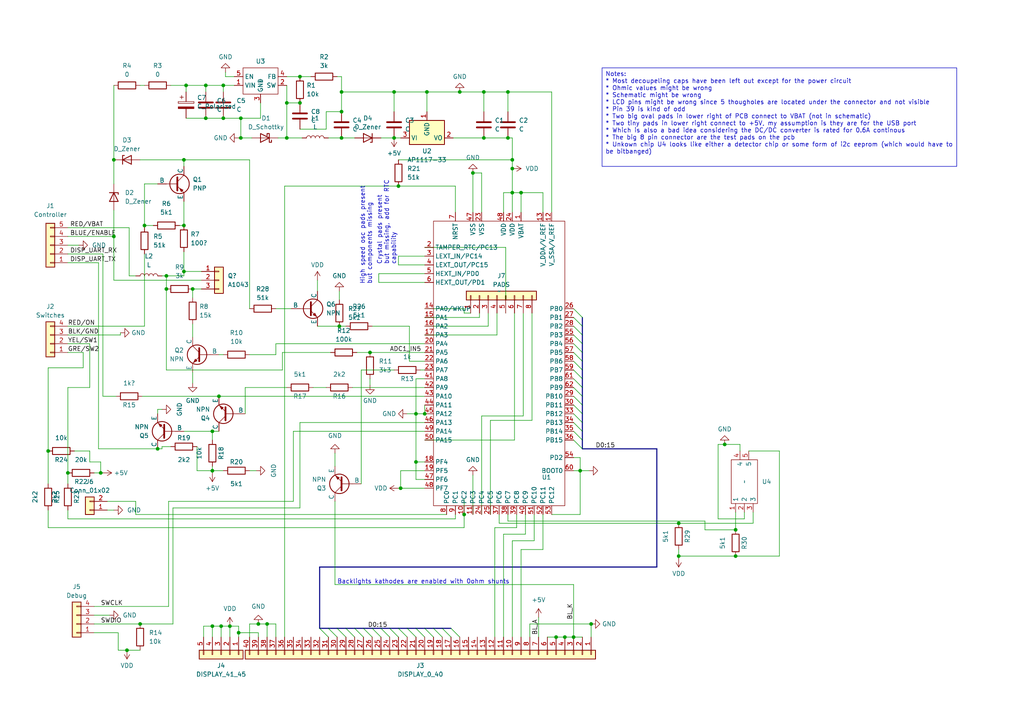
<source format=kicad_sch>
(kicad_sch (version 20230121) (generator eeschema)
  (paper "A4")
  (junction (at 33.02 46.355))
  (junction (at 99.06 26.67))
  (junction (at 161.29 184.785))
  (junction (at 148.59 55.88))
  (junction (at 134.62 149.225))
  (junction (at 147.32 40.005))
  (junction (at 66.675 181.61))
  (junction (at 69.85 34.29))
  (junction (at 19.685 137.16))
  (junction (at 61.595 181.61))
  (junction (at 114.3 40.005))
  (junction (at 48.26 80.01))
  (junction (at 29.21 137.16))
  (junction (at 53.34 65.405))
  (junction (at 99.06 32.385))
  (junction (at 213.36 153.67))
  (junction (at 53.34 78.74))
  (junction (at 86.995 22.225))
  (junction (at 99.06 40.005))
  (junction (at 48.26 83.82))
  (junction (at 61.595 125.095))
  (junction (at 133.35 26.67))
  (junction (at 120.65 133.985))
  (junction (at 123.825 26.67))
  (junction (at 40.64 180.975))
  (junction (at 166.37 184.785))
  (junction (at 147.32 26.67))
  (junction (at 115.57 53.975))
  (junction (at 114.3 26.67))
  (junction (at 168.275 136.525))
  (junction (at 69.215 183.515))
  (junction (at 36.83 188.595))
  (junction (at 77.47 180.975))
  (junction (at 140.335 26.67))
  (junction (at 120.65 120.015))
  (junction (at 196.85 151.765))
  (junction (at 163.83 184.785))
  (junction (at 41.91 65.405))
  (junction (at 53.34 46.355))
  (junction (at 151.13 55.88))
  (junction (at 59.69 24.765))
  (junction (at 64.135 181.61))
  (junction (at 13.97 130.81))
  (junction (at 196.85 161.29))
  (junction (at 116.205 141.605))
  (junction (at 148.59 46.355))
  (junction (at 148.59 48.895))
  (junction (at 69.85 40.005))
  (junction (at 45.72 130.175))
  (junction (at 55.88 83.82))
  (junction (at 107.315 102.235))
  (junction (at 64.77 24.765))
  (junction (at 74.93 180.975))
  (junction (at 213.36 161.29))
  (junction (at 64.77 34.29))
  (junction (at 98.425 94.615))
  (junction (at 140.335 40.005))
  (junction (at 123.19 120.015))
  (junction (at 53.975 24.765))
  (junction (at 86.995 29.845))
  (junction (at 210.185 128.905))
  (junction (at 171.45 180.975))
  (junction (at 61.595 136.525))
  (junction (at 83.185 29.845))
  (junction (at 59.69 34.29))
  (junction (at 63.5 114.935))
  (junction (at 137.16 50.165))
  (junction (at 83.185 40.005))
  (junction (at 33.02 68.58))
  (bus_entry (at 166.37 99.695) (size 2.54 2.54))
  (bus_entry (at 166.37 109.855) (size 2.54 2.54))
  (bus_entry (at 105.41 182.245) (size 2.54 2.54))
  (bus_entry (at 166.37 120.015) (size 2.54 2.54))
  (bus_entry (at 166.37 104.775) (size 2.54 2.54))
  (bus_entry (at 166.37 94.615) (size 2.54 2.54))
  (bus_entry (at 125.73 182.245) (size 2.54 2.54))
  (bus_entry (at 92.71 182.245) (size 2.54 2.54))
  (bus_entry (at 120.65 182.245) (size 2.54 2.54))
  (bus_entry (at 113.03 182.245) (size 2.54 2.54))
  (bus_entry (at 166.37 92.075) (size 2.54 2.54))
  (bus_entry (at 100.33 182.245) (size 2.54 2.54))
  (bus_entry (at 166.37 112.395) (size 2.54 2.54))
  (bus_entry (at 110.49 182.245) (size 2.54 2.54))
  (bus_entry (at 166.37 122.555) (size 2.54 2.54))
  (bus_entry (at 95.25 182.245) (size 2.54 2.54))
  (bus_entry (at 166.37 114.935) (size 2.54 2.54))
  (bus_entry (at 115.57 182.245) (size 2.54 2.54))
  (bus_entry (at 130.81 182.245) (size 2.54 2.54))
  (bus_entry (at 128.27 182.245) (size 2.54 2.54))
  (bus_entry (at 166.37 125.095) (size 2.54 2.54))
  (bus_entry (at 118.11 182.245) (size 2.54 2.54))
  (bus_entry (at 166.37 127.635) (size 2.54 2.54))
  (bus_entry (at 123.19 182.245) (size 2.54 2.54))
  (bus_entry (at 102.87 182.245) (size 2.54 2.54))
  (bus_entry (at 97.79 182.245) (size 2.54 2.54))
  (bus_entry (at 166.37 89.535) (size 2.54 2.54))
  (bus_entry (at 166.37 97.155) (size 2.54 2.54))
  (bus_entry (at 166.37 117.475) (size 2.54 2.54))
  (bus_entry (at 166.37 107.315) (size 2.54 2.54))
  (bus_entry (at 166.37 102.235) (size 2.54 2.54))
  (bus_entry (at 107.95 182.245) (size 2.54 2.54))
  (wire (pts (xy 29.21 133.985) (xy 29.21 137.16)))
  (bus (pts (xy 120.65 182.245) (xy 123.19 182.245)))
  (wire (pts (xy 98.425 94.615) (xy 100.33 94.615)))
  (wire (pts (xy 134.62 149.225) (xy 134.62 144.78)))
  (wire (pts (xy 204.47 153.67) (xy 213.36 153.67)))
  (wire (pts (xy 107.315 102.235) (xy 123.19 102.235)))
  (wire (pts (xy 48.895 145.415) (xy 48.895 175.895)))
  (bus (pts (xy 168.91 114.935) (xy 168.91 117.475)))
  (bus (pts (xy 168.91 112.395) (xy 168.91 114.935)))
  (wire (pts (xy 109.855 81.915) (xy 123.19 81.915)))
  (wire (pts (xy 64.135 181.61) (xy 64.135 184.785)))
  (wire (pts (xy 114.3 40.005) (xy 116.205 40.005)))
  (bus (pts (xy 118.11 182.245) (xy 120.65 182.245)))
  (bus (pts (xy 168.91 99.695) (xy 168.91 102.235)))
  (wire (pts (xy 41.91 73.66) (xy 41.91 94.615)))
  (wire (pts (xy 59.055 181.61) (xy 59.055 184.785)))
  (bus (pts (xy 168.91 122.555) (xy 168.91 125.095)))
  (wire (pts (xy 86.995 122.555) (xy 86.995 147.32)))
  (wire (pts (xy 82.55 53.975) (xy 82.55 184.785)))
  (wire (pts (xy 83.185 40.005) (xy 87.63 40.005)))
  (wire (pts (xy 37.465 66.04) (xy 37.465 80.01)))
  (wire (pts (xy 24.13 102.235) (xy 19.685 102.235)))
  (wire (pts (xy 40.64 180.975) (xy 27.305 180.975)))
  (wire (pts (xy 218.44 151.765) (xy 218.44 148.59)))
  (wire (pts (xy 41.275 114.935) (xy 63.5 114.935)))
  (wire (pts (xy 46.99 118.745) (xy 45.72 118.745)))
  (wire (pts (xy 120.65 133.985) (xy 120.65 120.015)))
  (wire (pts (xy 19.685 97.155) (xy 34.925 97.155)))
  (wire (pts (xy 53.34 58.42) (xy 53.34 65.405)))
  (wire (pts (xy 148.59 156.845) (xy 148.59 184.785)))
  (wire (pts (xy 118.745 104.775) (xy 123.19 104.775)))
  (wire (pts (xy 163.83 184.785) (xy 166.37 184.785)))
  (wire (pts (xy 123.19 79.375) (xy 109.855 79.375)))
  (wire (pts (xy 213.36 148.59) (xy 213.36 153.67)))
  (bus (pts (xy 168.91 102.235) (xy 168.91 104.775)))
  (wire (pts (xy 33.655 114.935) (xy 29.845 114.935)))
  (wire (pts (xy 95.25 40.005) (xy 99.06 40.005)))
  (wire (pts (xy 55.88 107.95) (xy 55.88 111.125)))
  (wire (pts (xy 144.145 97.155) (xy 144.145 90.805)))
  (wire (pts (xy 28.575 76.2) (xy 28.575 130.175)))
  (wire (pts (xy 134.62 89.535) (xy 134.62 90.805)))
  (wire (pts (xy 80.01 89.535) (xy 84.455 89.535)))
  (wire (pts (xy 45.72 118.745) (xy 45.72 120.015)))
  (wire (pts (xy 160.02 149.225) (xy 168.275 149.225)))
  (bus (pts (xy 168.91 104.775) (xy 168.91 107.315)))
  (wire (pts (xy 72.39 184.785) (xy 72.39 180.975)))
  (wire (pts (xy 58.42 81.28) (xy 33.02 81.28)))
  (wire (pts (xy 151.765 120.65) (xy 151.765 90.805)))
  (wire (pts (xy 146.685 71.755) (xy 146.685 90.805)))
  (wire (pts (xy 160.02 26.67) (xy 160.02 61.595)))
  (wire (pts (xy 57.15 129.54) (xy 57.15 136.525)))
  (wire (pts (xy 92.075 94.615) (xy 98.425 94.615)))
  (wire (pts (xy 161.29 184.785) (xy 163.83 184.785)))
  (wire (pts (xy 104.775 107.315) (xy 114.3 107.315)))
  (wire (pts (xy 41.91 53.34) (xy 45.72 53.34)))
  (bus (pts (xy 168.91 92.075) (xy 168.91 94.615)))
  (wire (pts (xy 148.59 55.88) (xy 148.59 48.895)))
  (bus (pts (xy 102.87 182.245) (xy 105.41 182.245)))
  (wire (pts (xy 39.37 149.225) (xy 39.37 145.415)))
  (wire (pts (xy 69.215 181.61) (xy 66.675 181.61)))
  (wire (pts (xy 156.21 179.07) (xy 156.21 184.785)))
  (wire (pts (xy 123.19 92.075) (xy 139.065 92.075)))
  (wire (pts (xy 115.57 53.975) (xy 132.08 53.975)))
  (wire (pts (xy 116.205 141.605) (xy 123.19 141.605)))
  (wire (pts (xy 217.17 130.81) (xy 226.06 130.81)))
  (wire (pts (xy 19.685 71.12) (xy 22.86 71.12)))
  (wire (pts (xy 146.05 55.88) (xy 148.59 55.88)))
  (wire (pts (xy 72.39 46.355) (xy 53.34 46.355)))
  (wire (pts (xy 85.09 125.095) (xy 85.09 145.415)))
  (bus (pts (xy 115.57 182.245) (xy 118.11 182.245)))
  (wire (pts (xy 140.335 26.67) (xy 140.335 32.385)))
  (wire (pts (xy 53.34 125.095) (xy 61.595 125.095)))
  (wire (pts (xy 82.55 53.975) (xy 115.57 53.975)))
  (wire (pts (xy 144.78 149.225) (xy 144.78 151.765)))
  (wire (pts (xy 214.63 128.905) (xy 214.63 130.81)))
  (wire (pts (xy 33.02 60.96) (xy 33.02 68.58)))
  (wire (pts (xy 59.69 34.29) (xy 64.77 34.29)))
  (wire (pts (xy 80.01 102.87) (xy 80.01 99.695)))
  (wire (pts (xy 166.37 184.785) (xy 168.91 184.785)))
  (wire (pts (xy 146.05 154.94) (xy 146.05 184.785)))
  (wire (pts (xy 41.91 94.615) (xy 19.685 94.615)))
  (wire (pts (xy 123.19 74.295) (xy 115.57 74.295)))
  (bus (pts (xy 168.91 109.855) (xy 168.91 112.395)))
  (wire (pts (xy 40.64 24.765) (xy 41.91 24.765)))
  (wire (pts (xy 75.565 34.29) (xy 69.85 34.29)))
  (bus (pts (xy 105.41 182.245) (xy 107.95 182.245)))
  (wire (pts (xy 139.065 90.805) (xy 139.065 92.075)))
  (wire (pts (xy 137.16 50.165) (xy 137.16 61.595)))
  (bus (pts (xy 128.27 182.245) (xy 130.81 182.245)))
  (wire (pts (xy 66.675 181.61) (xy 64.135 181.61)))
  (wire (pts (xy 99.06 32.385) (xy 99.06 26.67)))
  (wire (pts (xy 13.97 140.335) (xy 13.97 130.81)))
  (wire (pts (xy 147.32 32.385) (xy 147.32 26.67)))
  (bus (pts (xy 123.19 182.245) (xy 125.73 182.245)))
  (wire (pts (xy 210.185 128.905) (xy 214.63 128.905)))
  (wire (pts (xy 33.02 81.28) (xy 33.02 68.58)))
  (wire (pts (xy 166.37 136.525) (xy 168.275 136.525)))
  (wire (pts (xy 120.65 109.855) (xy 123.19 109.855)))
  (wire (pts (xy 59.055 181.61) (xy 61.595 181.61)))
  (wire (pts (xy 27.305 178.435) (xy 31.75 178.435)))
  (wire (pts (xy 143.51 153.035) (xy 143.51 184.785)))
  (wire (pts (xy 26.035 99.695) (xy 19.685 99.695)))
  (wire (pts (xy 129.54 149.225) (xy 39.37 149.225)))
  (wire (pts (xy 123.19 71.755) (xy 146.685 71.755)))
  (wire (pts (xy 148.59 40.005) (xy 147.32 40.005)))
  (wire (pts (xy 53.975 24.765) (xy 53.975 26.67)))
  (wire (pts (xy 97.155 145.415) (xy 97.155 169.545)))
  (wire (pts (xy 102.235 112.395) (xy 123.19 112.395)))
  (wire (pts (xy 99.06 40.005) (xy 102.87 40.005)))
  (wire (pts (xy 83.185 24.765) (xy 83.185 29.845)))
  (wire (pts (xy 39.37 145.415) (xy 31.115 145.415)))
  (bus (pts (xy 168.91 107.315) (xy 168.91 109.855)))
  (wire (pts (xy 85.09 125.095) (xy 123.19 125.095)))
  (wire (pts (xy 151.13 55.88) (xy 148.59 55.88)))
  (wire (pts (xy 98.425 84.455) (xy 98.425 86.995)))
  (wire (pts (xy 81.915 102.235) (xy 81.915 107.315)))
  (bus (pts (xy 168.91 97.155) (xy 168.91 99.695)))
  (wire (pts (xy 215.9 148.59) (xy 215.9 150.495)))
  (wire (pts (xy 114.3 26.67) (xy 123.825 26.67)))
  (wire (pts (xy 148.59 61.595) (xy 148.59 55.88)))
  (wire (pts (xy 139.7 50.165) (xy 137.16 50.165)))
  (bus (pts (xy 168.91 117.475) (xy 168.91 120.015)))
  (wire (pts (xy 94.615 37.465) (xy 94.615 32.385)))
  (wire (pts (xy 118.745 94.615) (xy 118.745 104.775)))
  (wire (pts (xy 152.4 154.94) (xy 152.4 149.225)))
  (wire (pts (xy 53.34 48.26) (xy 53.34 46.355)))
  (wire (pts (xy 215.9 150.495) (xy 208.28 150.495)))
  (wire (pts (xy 77.47 180.975) (xy 77.47 184.785)))
  (wire (pts (xy 95.885 102.235) (xy 81.915 102.235)))
  (wire (pts (xy 58.42 83.82) (xy 55.88 83.82)))
  (wire (pts (xy 166.37 132.715) (xy 168.275 132.715)))
  (wire (pts (xy 171.45 180.975) (xy 171.45 184.785)))
  (wire (pts (xy 34.29 183.515) (xy 34.29 188.595)))
  (wire (pts (xy 34.29 188.595) (xy 36.83 188.595)))
  (wire (pts (xy 61.595 125.095) (xy 61.595 127.635)))
  (wire (pts (xy 226.06 130.81) (xy 226.06 161.29)))
  (wire (pts (xy 134.62 90.805) (xy 136.525 90.805)))
  (bus (pts (xy 95.25 182.245) (xy 97.79 182.245)))
  (wire (pts (xy 166.37 184.785) (xy 166.37 169.545)))
  (wire (pts (xy 196.85 151.765) (xy 218.44 151.765)))
  (wire (pts (xy 140.335 40.005) (xy 147.32 40.005)))
  (wire (pts (xy 69.85 34.29) (xy 64.77 34.29)))
  (wire (pts (xy 157.48 61.595) (xy 157.48 55.88)))
  (wire (pts (xy 46.99 129.54) (xy 46.99 130.175)))
  (wire (pts (xy 24.13 106.68) (xy 24.13 102.235)))
  (bus (pts (xy 168.91 94.615) (xy 168.91 97.155)))
  (wire (pts (xy 59.69 26.67) (xy 59.69 24.765)))
  (wire (pts (xy 123.19 117.475) (xy 123.19 120.015)))
  (wire (pts (xy 63.5 114.935) (xy 123.19 114.935)))
  (wire (pts (xy 104.775 107.315) (xy 104.775 140.335)))
  (wire (pts (xy 61.595 136.525) (xy 61.595 137.16)))
  (wire (pts (xy 37.465 80.01) (xy 39.37 80.01)))
  (wire (pts (xy 74.93 180.975) (xy 77.47 180.975)))
  (wire (pts (xy 27.305 137.16) (xy 29.21 137.16)))
  (wire (pts (xy 154.305 90.805) (xy 154.305 121.92)))
  (wire (pts (xy 55.88 93.98) (xy 55.88 97.79)))
  (wire (pts (xy 75.565 29.845) (xy 75.565 34.29)))
  (wire (pts (xy 123.19 139.065) (xy 120.65 139.065)))
  (wire (pts (xy 107.95 94.615) (xy 118.745 94.615)))
  (wire (pts (xy 63.5 102.87) (xy 64.77 102.87)))
  (wire (pts (xy 31.115 147.955) (xy 33.02 147.955)))
  (wire (pts (xy 151.13 159.385) (xy 151.13 184.785)))
  (wire (pts (xy 226.06 161.29) (xy 213.36 161.29)))
  (wire (pts (xy 19.685 73.66) (xy 29.845 73.66)))
  (wire (pts (xy 153.67 180.975) (xy 171.45 180.975)))
  (wire (pts (xy 74.93 184.785) (xy 74.93 183.515)))
  (wire (pts (xy 19.685 76.2) (xy 28.575 76.2)))
  (wire (pts (xy 26.035 130.81) (xy 26.035 133.985)))
  (wire (pts (xy 72.39 102.87) (xy 80.01 102.87)))
  (wire (pts (xy 196.85 159.385) (xy 196.85 161.29)))
  (wire (pts (xy 85.09 145.415) (xy 48.895 145.415)))
  (wire (pts (xy 53.975 34.29) (xy 59.69 34.29)))
  (wire (pts (xy 13.97 153.035) (xy 134.62 153.035)))
  (wire (pts (xy 115.57 76.835) (xy 123.19 76.835)))
  (wire (pts (xy 41.91 66.04) (xy 41.91 65.405)))
  (wire (pts (xy 154.94 149.225) (xy 154.94 156.845)))
  (bus (pts (xy 107.95 182.245) (xy 110.49 182.245)))
  (wire (pts (xy 55.88 83.82) (xy 55.88 86.36)))
  (wire (pts (xy 83.185 22.225) (xy 86.995 22.225)))
  (wire (pts (xy 154.94 156.845) (xy 148.59 156.845)))
  (wire (pts (xy 80.645 40.005) (xy 83.185 40.005)))
  (wire (pts (xy 33.02 24.765) (xy 33.02 46.355)))
  (wire (pts (xy 149.86 149.225) (xy 149.86 153.035)))
  (wire (pts (xy 97.79 22.225) (xy 99.06 22.225)))
  (wire (pts (xy 48.26 80.01) (xy 48.26 83.82)))
  (wire (pts (xy 141.605 94.615) (xy 141.605 90.805)))
  (wire (pts (xy 53.34 78.74) (xy 58.42 78.74)))
  (wire (pts (xy 19.685 68.58) (xy 33.02 68.58)))
  (wire (pts (xy 123.19 122.555) (xy 86.995 122.555)))
  (wire (pts (xy 144.78 151.765) (xy 196.85 151.765)))
  (wire (pts (xy 80.01 99.695) (xy 123.19 99.695)))
  (wire (pts (xy 123.19 136.525) (xy 116.205 136.525)))
  (wire (pts (xy 196.85 161.29) (xy 196.85 161.925)))
  (wire (pts (xy 21.59 130.81) (xy 26.035 130.81)))
  (wire (pts (xy 69.215 184.785) (xy 69.215 183.515)))
  (wire (pts (xy 41.91 65.405) (xy 44.45 65.405)))
  (wire (pts (xy 86.995 37.465) (xy 94.615 37.465)))
  (wire (pts (xy 61.595 184.785) (xy 61.595 181.61)))
  (wire (pts (xy 149.225 127.635) (xy 123.19 127.635)))
  (bus (pts (xy 168.91 130.175) (xy 190.5 130.175)))
  (wire (pts (xy 133.35 26.67) (xy 140.335 26.67)))
  (wire (pts (xy 154.305 121.92) (xy 142.24 121.92)))
  (bus (pts (xy 125.73 182.245) (xy 128.27 182.245)))
  (wire (pts (xy 57.15 136.525) (xy 61.595 136.525)))
  (wire (pts (xy 120.65 120.015) (xy 120.65 109.855)))
  (wire (pts (xy 148.59 46.355) (xy 148.59 40.005)))
  (wire (pts (xy 213.36 161.29) (xy 196.85 161.29)))
  (wire (pts (xy 118.11 120.015) (xy 120.65 120.015)))
  (wire (pts (xy 41.91 65.405) (xy 41.91 53.34)))
  (wire (pts (xy 33.02 46.355) (xy 33.02 53.34)))
  (wire (pts (xy 29.21 137.16) (xy 29.845 137.16)))
  (wire (pts (xy 131.445 40.005) (xy 140.335 40.005)))
  (wire (pts (xy 61.595 136.525) (xy 64.77 136.525)))
  (wire (pts (xy 208.28 150.495) (xy 208.28 128.905)))
  (wire (pts (xy 147.32 26.67) (xy 160.02 26.67)))
  (wire (pts (xy 19.685 150.495) (xy 19.685 147.955)))
  (bus (pts (xy 92.71 164.465) (xy 190.5 164.465)))
  (wire (pts (xy 116.205 136.525) (xy 116.205 141.605)))
  (wire (pts (xy 204.47 151.13) (xy 204.47 153.67)))
  (wire (pts (xy 45.72 130.175) (xy 46.99 130.175)))
  (wire (pts (xy 49.53 24.765) (xy 53.975 24.765)))
  (wire (pts (xy 114.3 32.385) (xy 114.3 26.67)))
  (wire (pts (xy 72.39 136.525) (xy 74.295 136.525)))
  (wire (pts (xy 149.86 153.035) (xy 143.51 153.035)))
  (wire (pts (xy 19.685 112.395) (xy 26.035 112.395)))
  (wire (pts (xy 83.185 29.845) (xy 86.995 29.845)))
  (wire (pts (xy 64.77 24.765) (xy 67.945 24.765)))
  (wire (pts (xy 120.65 120.015) (xy 123.19 120.015)))
  (wire (pts (xy 53.34 65.405) (xy 52.07 65.405)))
  (wire (pts (xy 153.67 184.785) (xy 153.67 180.975)))
  (bus (pts (xy 92.71 182.245) (xy 95.25 182.245)))
  (wire (pts (xy 97.155 131.445) (xy 97.155 135.255)))
  (wire (pts (xy 72.39 180.975) (xy 74.93 180.975)))
  (wire (pts (xy 50.165 180.975) (xy 40.64 180.975)))
  (wire (pts (xy 53.34 78.74) (xy 53.34 73.025)))
  (wire (pts (xy 123.825 26.67) (xy 133.35 26.67)))
  (bus (pts (xy 100.33 182.245) (xy 102.87 182.245)))
  (wire (pts (xy 29.845 114.935) (xy 29.845 73.66)))
  (wire (pts (xy 13.97 153.035) (xy 13.97 147.955)))
  (wire (pts (xy 86.995 22.225) (xy 90.17 22.225)))
  (wire (pts (xy 139.7 149.225) (xy 139.7 120.65)))
  (wire (pts (xy 123.19 89.535) (xy 134.62 89.535)))
  (wire (pts (xy 74.93 183.515) (xy 69.215 183.515)))
  (wire (pts (xy 168.275 136.525) (xy 170.815 136.525)))
  (bus (pts (xy 92.71 182.245) (xy 92.71 164.465)))
  (wire (pts (xy 157.48 159.385) (xy 151.13 159.385)))
  (bus (pts (xy 168.91 127.635) (xy 168.91 130.175)))
  (wire (pts (xy 121.92 107.315) (xy 123.19 107.315)))
  (bus (pts (xy 97.79 182.245) (xy 100.33 182.245)))
  (wire (pts (xy 146.05 154.94) (xy 152.4 154.94)))
  (wire (pts (xy 142.24 121.92) (xy 142.24 149.225)))
  (wire (pts (xy 123.19 133.985) (xy 120.65 133.985)))
  (wire (pts (xy 49.53 129.54) (xy 46.99 129.54)))
  (wire (pts (xy 99.06 26.67) (xy 114.3 26.67)))
  (wire (pts (xy 50.165 147.32) (xy 86.995 147.32)))
  (wire (pts (xy 26.035 133.985) (xy 29.21 133.985)))
  (wire (pts (xy 157.48 149.225) (xy 157.48 159.385)))
  (wire (pts (xy 208.28 128.905) (xy 210.185 128.905)))
  (wire (pts (xy 151.13 55.88) (xy 151.13 61.595)))
  (wire (pts (xy 137.16 137.795) (xy 137.16 149.225)))
  (wire (pts (xy 19.685 137.16) (xy 19.685 112.395)))
  (wire (pts (xy 92.075 81.28) (xy 92.075 84.455)))
  (wire (pts (xy 61.595 181.61) (xy 64.135 181.61)))
  (wire (pts (xy 66.675 181.61) (xy 66.675 184.785)))
  (wire (pts (xy 80.01 180.975) (xy 77.47 180.975)))
  (wire (pts (xy 19.685 66.04) (xy 37.465 66.04)))
  (wire (pts (xy 147.32 149.225) (xy 147.32 151.13)))
  (wire (pts (xy 48.26 107.315) (xy 48.26 83.82)))
  (wire (pts (xy 46.99 80.01) (xy 48.26 80.01)))
  (wire (pts (xy 168.275 136.525) (xy 168.275 149.225)))
  (wire (pts (xy 69.215 183.515) (xy 69.215 181.61)))
  (wire (pts (xy 107.315 109.855) (xy 107.315 111.76)))
  (wire (pts (xy 147.32 151.13) (xy 204.47 151.13)))
  (wire (pts (xy 157.48 55.88) (xy 151.13 55.88)))
  (wire (pts (xy 81.915 107.315) (xy 48.26 107.315)))
  (wire (pts (xy 158.75 184.785) (xy 161.29 184.785)))
  (wire (pts (xy 69.215 40.005) (xy 69.85 40.005)))
  (wire (pts (xy 64.77 24.765) (xy 64.77 26.67)))
  (bus (pts (xy 110.49 182.245) (xy 113.03 182.245)))
  (wire (pts (xy 53.34 80.01) (xy 53.34 78.74)))
  (wire (pts (xy 139.7 61.595) (xy 139.7 50.165)))
  (wire (pts (xy 80.01 184.785) (xy 80.01 180.975)))
  (wire (pts (xy 132.08 53.975) (xy 132.08 61.595)))
  (wire (pts (xy 59.69 24.765) (xy 64.77 24.765)))
  (bus (pts (xy 168.91 120.015) (xy 168.91 122.555)))
  (wire (pts (xy 99.06 22.225) (xy 99.06 26.67)))
  (wire (pts (xy 53.34 46.355) (xy 40.64 46.355)))
  (bus (pts (xy 190.5 130.175) (xy 190.5 164.465)))
  (bus (pts (xy 168.91 125.095) (xy 168.91 127.635)))
  (wire (pts (xy 146.05 61.595) (xy 146.05 55.88)))
  (wire (pts (xy 13.97 130.81) (xy 13.97 106.68)))
  (wire (pts (xy 134.62 149.225) (xy 134.62 153.035)))
  (wire (pts (xy 27.305 175.895) (xy 48.895 175.895)))
  (wire (pts (xy 19.685 140.335) (xy 19.685 137.16)))
  (wire (pts (xy 72.39 89.535) (xy 72.39 46.355)))
  (wire (pts (xy 61.595 135.255) (xy 61.595 136.525)))
  (wire (pts (xy 36.83 188.595) (xy 40.64 188.595)))
  (wire (pts (xy 50.165 147.32) (xy 50.165 180.975)))
  (bus (pts (xy 113.03 182.245) (xy 115.57 182.245)))
  (wire (pts (xy 168.275 132.715) (xy 168.275 136.525)))
  (wire (pts (xy 65.405 22.225) (xy 67.945 22.225)))
  (wire (pts (xy 115.57 46.355) (xy 148.59 46.355)))
  (wire (pts (xy 83.185 29.845) (xy 83.185 40.005)))
  (wire (pts (xy 110.49 40.005) (xy 114.3 40.005)))
  (wire (pts (xy 53.975 24.765) (xy 59.69 24.765)))
  (wire (pts (xy 34.925 97.155) (xy 34.925 96.52)))
  (wire (pts (xy 69.85 40.005) (xy 69.85 34.29)))
  (wire (pts (xy 109.855 79.375) (xy 109.855 81.915)))
  (wire (pts (xy 69.85 40.005) (xy 73.025 40.005)))
  (wire (pts (xy 27.305 183.515) (xy 34.29 183.515)))
  (wire (pts (xy 26.035 112.395) (xy 26.035 99.695)))
  (wire (pts (xy 115.57 74.295) (xy 115.57 76.835)))
  (wire (pts (xy 115.57 141.605) (xy 116.205 141.605)))
  (wire (pts (xy 123.19 94.615) (xy 141.605 94.615)))
  (wire (pts (xy 103.505 102.235) (xy 107.315 102.235)))
  (wire (pts (xy 90.805 112.395) (xy 94.615 112.395)))
  (wire (pts (xy 120.65 133.985) (xy 120.65 139.065)))
  (wire (pts (xy 166.37 169.545) (xy 97.155 169.545)))
  (wire (pts (xy 71.12 112.395) (xy 71.12 120.015)))
  (wire (pts (xy 13.97 106.68) (xy 24.13 106.68)))
  (wire (pts (xy 48.26 80.01) (xy 53.34 80.01)))
  (wire (pts (xy 139.7 120.65) (xy 151.765 120.65)))
  (wire (pts (xy 123.19 97.155) (xy 144.145 97.155)))
  (wire (pts (xy 148.59 48.895) (xy 148.59 46.355)))
  (wire (pts (xy 147.32 26.67) (xy 140.335 26.67)))
  (wire (pts (xy 132.08 149.225) (xy 132.08 150.495)))
  (wire (pts (xy 65.405 20.955) (xy 65.405 22.225)))
  (wire (pts (xy 123.825 32.385) (xy 123.825 26.67)))
  (wire (pts (xy 149.225 90.805) (xy 149.225 127.635)))
  (wire (pts (xy 83.185 112.395) (xy 71.12 112.395)))
  (wire (pts (xy 28.575 130.175) (xy 45.72 130.175)))
  (wire (pts (xy 132.08 150.495) (xy 19.685 150.495)))
  (wire (pts (xy 63.5 125.095) (xy 61.595 125.095)))
  (wire (pts (xy 94.615 32.385) (xy 99.06 32.385)))
  (text_box "Notes:\n* Most decoupeling caps have been left out except for the power circuit\n* Ohmic values might be wrong\n* Schematic might be wrong\n* LCD pins might be wrong since 5 thougholes are located under the connector and not visible\n* Pin 39 is kind of odd\n* Two big oval pads in lower right of PCB connect to VBAT (not in schematic)\n* Two tiny pads in lower right connect to +5V, my assumption is they are for the USB port\n* Which is also a bad idea considering the DC/DC converter is rated for 0.6A continous\n* The big 8 pin connector are the test pads on the pcb\n* Unkown chip U4 looks like either a detector chip or some form of i2c eeprom (which would have to be bitbanged)\n" (at 174.625 19.685 0) (size 102.87 28.575) (effects (font (size 1.27 1.27)) (justify left top)))
  (text "High speed osc pads present \nbut components missing" (at 107.95 82.55 90) (effects (font (size 1.27 1.27)) (justify left bottom)))
  (text "Backlights kathodes are enabled with 0ohm shunts" (at 97.79 169.545 0) (effects (font (size 1.27 1.27)) (justify left bottom)))
  (text "Crystal pads present \nbut missing, add for RTC\ncapability" (at 114.935 76.835 90) (effects (font (size 1.27 1.27)) (justify left bottom)))
  (label "RED{slash}ON" (at 19.685 94.615 0))
  (label "D0:15" (at 172.72 130.175 0))
  (label "BL_A" (at 156.21 184.15 90))
  (label "SWDIO" (at 29.21 180.975 0))
  (label "GRE{slash}SW2" (at 19.685 102.235 0))
  (label "YEL{slash}SW1" (at 19.685 99.695 0))
  (label "BLUE{slash}ENABLE" (at 20.32 68.58 0))
  (label "RED{slash}VBAT" (at 20.32 66.04 0))
  (label "ADC1_IN5" (at 113.03 102.235 0))
  (label "D0:15" (at 106.68 182.245 0))
  (label "BLK{slash}GND" (at 19.685 97.155 0))
  (label "BL_K" (at 166.37 179.705 90))
  (label "DISP_UART_RX" (at 20.32 73.66 0))
  (label "DISP_UART_TX" (at 20.32 76.2 0))
  (label "SWCLK" (at 29.21 175.895 0))
  (symbol (lib_id "artery at32f415 lcd8:XL7015-EN") (at 75.565 23.495 0) (unit 1)
    (property "Reference" "U3" (at 75.565 17.78 0))
    (property "Value" "~" (at 75.565 23.495 0))
  )
  (symbol (lib_id "power:GND") (at 133.35 26.67 180) (unit 1)
    (property "Reference" "#PWR01" (effects hide))
    (property "Value" "GND" (at 133.35 22.225 0))
  )
  (symbol (lib_id "Connector_Generic:Conn_01x04") (at 22.225 180.975 180) (unit 1)
    (property "Reference" "J5" (at 22.225 170.18 0))
    (property "Value" "Debug" (at 22.225 172.72 0))
  )
  (symbol (lib_id "Device:R") (at 98.425 112.395 270) (unit 1)
    (property "Reference" "R16" (at 98.425 114.935 90))
    (property "Value" "2k2" (at 98.425 108.585 90))
  )
  (symbol (lib_id "Device:L") (at 91.44 40.005 90) (unit 1)
    (property "Reference" "L1" (at 91.44 34.29 90))
    (property "Value" "L" (at 91.44 36.83 90))
  )
  (symbol (lib_id "Device:R") (at 52.07 83.82 90) (unit 1)
    (property "Reference" "R9" (at 52.07 77.47 90))
    (property "Value" "3k" (at 52.07 80.01 90))
  )
  (symbol (lib_id "Device:C") (at 99.06 36.195 0) (unit 1)
    (property "Reference" "C4" (at 102.235 34.925 0) (effects (justify left)))
    (property "Value" "C" (at 102.235 37.465 0) (effects (justify left)))
  )
  (symbol (lib_id "power:+5V") (at 114.3 40.005 180) (unit 1)
    (property "Reference" "#PWR013" (effects hide))
    (property "Value" "+5V" (at 114.3 44.45 0))
  )
  (symbol (lib_id "Device:C") (at 147.32 36.195 0) (unit 1)
    (property "Reference" "C2" (at 150.495 34.925 0) (effects (justify left)))
    (property "Value" "C" (at 150.495 37.465 0) (effects (justify left)))
  )
  (symbol (lib_id "Device:D_Zener") (at 36.83 46.355 0) (unit 1)
    (property "Reference" "D3" (at 36.83 40.64 0))
    (property "Value" "D_Zener" (at 36.83 43.18 0))
  )
  (symbol (lib_id "Connector_Generic:Conn_01x02") (at 26.035 147.955 180) (unit 1)
    (property "Reference" "J6" (at 26.035 139.7 0))
    (property "Value" "Conn_01x02" (at 26.035 142.24 0))
  )
  (symbol (lib_id "Connector_Generic:Conn_01x08") (at 144.145 85.725 90) (unit 1)
    (property "Reference" "J7" (at 145.415 80.01 90))
    (property "Value" "PADS" (at 145.415 82.55 90))
  )
  (symbol (lib_id "Device:R") (at 68.58 136.525 90) (unit 1)
    (property "Reference" "R20" (at 68.58 133.985 90))
    (property "Value" "5k1" (at 68.58 140.335 90))
  )
  (symbol (lib_id "power:GND") (at 65.405 20.955 180) (unit 1)
    (property "Reference" "#PWR027" (effects hide))
    (property "Value" "GND" (at 65.405 16.51 0))
  )
  (symbol (lib_id "power:GND") (at 22.86 71.12 90) (unit 1)
    (property "Reference" "#PWR016" (effects hide))
    (property "Value" "GND" (at 26.67 71.12 90) (effects (justify right)))
  )
  (symbol (lib_id "Simulation_SPICE:NPN") (at 89.535 89.535 0) (unit 1)
    (property "Reference" "Q6" (at 94.615 88.265 0) (effects (justify left)))
    (property "Value" "NPN" (at 94.615 90.805 0) (effects (justify left)))
    (property "Sim.Device" "NPN" (effects hide))
    (property "Sim.Type" "GUMMELPOON" (effects hide))
    (property "Sim.Pins" "1=C 2=B 3=E" (effects hide))
  )
  (symbol (lib_id "Device:R") (at 115.57 50.165 180) (unit 1)
    (property "Reference" "R21" (at 118.11 48.895 0) (effects (justify right)))
    (property "Value" "51k" (at 118.11 51.435 0) (effects (justify right)))
  )
  (symbol (lib_id "Device:R") (at 53.34 129.54 90) (unit 1)
    (property "Reference" "R19" (at 53.34 127 90))
    (property "Value" "2k2" (at 53.34 133.35 90))
  )
  (symbol (lib_id "Device:R") (at 23.495 137.16 270) (unit 1)
    (property "Reference" "R22" (at 23.495 139.7 90))
    (property "Value" "20k" (at 23.495 133.35 90))
  )
  (symbol (lib_id "power:GND") (at 55.88 111.125 0) (unit 1)
    (property "Reference" "#PWR04" (effects hide))
    (property "Value" "GND" (at 55.88 116.205 0))
  )
  (symbol (lib_id "power:VDD") (at 66.675 181.61 0) (unit 1)
    (property "Reference" "#PWR018" (effects hide))
    (property "Value" "VDD" (at 66.675 176.53 0))
  )
  (symbol (lib_id "power:VDD") (at 92.075 81.28 0) (unit 1)
    (property "Reference" "#PWR025" (effects hide))
    (property "Value" "VDD" (at 92.075 76.835 0))
  )
  (symbol (lib_id "Device:R") (at 68.58 102.87 90) (unit 1)
    (property "Reference" "R10" (at 68.58 96.52 90))
    (property "Value" "10k" (at 68.58 99.06 90))
  )
  (symbol (lib_id "Device:C") (at 59.69 30.48 0) (unit 1)
    (property "Reference" "C6" (at 62.865 29.21 0) (effects (justify left)))
    (property "Value" "C" (at 62.865 31.75 0) (effects (justify left)))
  )
  (symbol (lib_id "Device:R") (at 118.11 107.315 270) (unit 1)
    (property "Reference" "R13" (at 118.11 109.855 90))
    (property "Value" "1k" (at 118.11 103.505 90))
  )
  (symbol (lib_id "power:GND") (at 171.45 180.975 90) (unit 1)
    (property "Reference" "#PWR08" (effects hide))
    (property "Value" "GND" (at 174.625 180.975 90) (effects (justify right)))
  )
  (symbol (lib_id "Connector_Generic:Conn_01x03") (at 63.5 81.28 0) (unit 1)
    (property "Reference" "Q?" (at 66.04 80.01 0) (effects (justify left)))
    (property "Value" "A1043" (at 66.04 82.55 0) (effects (justify left)))
  )
  (symbol (lib_id "artery at32f415 lcd8:AT32F415RUT7_LCD8") (at 144.78 84.455 0) (unit 1)
    (property "Reference" "U1" (at 157.1341 138.43 0) (effects (justify left)))
    (property "Value" "~" (at 144.78 84.455 0))
  )
  (symbol (lib_id "Device:R") (at 107.315 106.045 180) (unit 1)
    (property "Reference" "R11" (at 109.855 104.775 0) (effects (justify right)))
    (property "Value" "3k3" (at 109.855 107.315 0) (effects (justify right)))
  )
  (symbol (lib_id "Device:R") (at 36.83 24.765 90) (unit 1)
    (property "Reference" "R4" (at 36.83 19.05 90))
    (property "Value" "0" (at 36.83 21.59 90))
  )
  (symbol (lib_id "Device:R") (at 61.595 131.445 0) (unit 1)
    (property "Reference" "R18" (at 64.135 131.445 90))
    (property "Value" "10k" (at 57.785 131.445 90))
  )
  (symbol (lib_id "power:VDD") (at 115.57 141.605 90) (unit 1)
    (property "Reference" "#PWR011" (effects hide))
    (property "Value" "VDD" (at 112.395 141.605 90) (effects (justify left)))
  )
  (symbol (lib_id "power:GND") (at 118.11 120.015 270) (unit 1)
    (property "Reference" "#PWR012" (effects hide))
    (property "Value" "GND" (at 114.935 120.015 90) (effects (justify right)))
  )
  (symbol (lib_id "power:GND") (at 137.16 50.165 180) (unit 1)
    (property "Reference" "#PWR06" (effects hide))
    (property "Value" "GND" (at 137.16 45.72 0))
  )
  (symbol (lib_id "Connector_Generic:Conn_01x04") (at 14.605 99.695 180) (unit 1)
    (property "Reference" "J2" (at 14.605 88.9 0))
    (property "Value" "Switches" (at 14.605 91.44 0))
  )
  (symbol (lib_id "Device:L") (at 43.18 80.01 90) (unit 1)
    (property "Reference" "L2" (at 43.18 74.295 90))
    (property "Value" "L" (at 43.18 76.835 90))
  )
  (symbol (lib_id "Device:D_Schottky") (at 76.835 40.005 180) (unit 1)
    (property "Reference" "D1" (at 77.1525 34.29 0))
    (property "Value" "D_Schottky" (at 77.1525 36.83 0))
  )
  (symbol (lib_id "Device:R") (at 86.995 26.035 180) (unit 1)
    (property "Reference" "R1" (at 88.9 24.765 0) (effects (justify right)))
    (property "Value" "10k" (at 88.9 27.305 0) (effects (justify right)))
  )
  (symbol (lib_id "Device:R") (at 104.14 94.615 270) (unit 1)
    (property "Reference" "R26" (at 104.14 88.9 90))
    (property "Value" "5k1" (at 104.14 91.44 90))
  )
  (symbol (lib_id "Device:C") (at 114.3 36.195 0) (unit 1)
    (property "Reference" "C3" (at 117.475 34.925 0) (effects (justify left)))
    (property "Value" "C" (at 117.475 37.465 0) (effects (justify left)))
  )
  (symbol (lib_id "Device:C") (at 64.77 30.48 180) (unit 1)
    (property "Reference" "C5" (at 68.58 29.21 0) (effects (justify right)))
    (property "Value" "C" (at 68.58 31.75 0) (effects (justify right)))
  )
  (symbol (lib_id "power:GND") (at 137.16 137.795 180) (unit 1)
    (property "Reference" "#PWR023" (effects hide))
    (property "Value" "GND" (at 137.16 133.35 0))
  )
  (symbol (lib_id "Device:R") (at 19.685 144.145 0) (unit 1)
    (property "Reference" "R23" (at 22.225 144.145 90))
    (property "Value" "2k2" (at 15.875 144.145 90))
  )
  (symbol (lib_id "Device:R") (at 98.425 90.805 0) (unit 1)
    (property "Reference" "R27" (at 100.965 89.535 0) (effects (justify left)))
    (property "Value" "5k1" (at 100.965 92.075 0) (effects (justify left)))
  )
  (symbol (lib_id "Simulation_SPICE:NPN") (at 48.26 125.095 180) (unit 1)
    (property "Reference" "Q5" (at 43.18 126.365 0) (effects (justify left)))
    (property "Value" "NPN" (at 43.18 123.825 0) (effects (justify left)))
    (property "Sim.Device" "NPN" (effects hide))
    (property "Sim.Type" "GUMMELPOON" (effects hide))
    (property "Sim.Pins" "1=C 2=B 3=E" (effects hide))
  )
  (symbol (lib_id "power:+5V") (at 29.845 137.16 270) (unit 1)
    (property "Reference" "#PWR022" (effects hide))
    (property "Value" "+5V" (at 33.02 137.16 90) (effects (justify left)))
  )
  (symbol (lib_id "power:GND") (at 33.02 147.955 90) (unit 1)
    (property "Reference" "#PWR021" (effects hide))
    (property "Value" "GND" (at 36.83 147.955 90) (effects (justify right)))
  )
  (symbol (lib_id "Device:C_Polarized") (at 53.975 30.48 0) (unit 1)
    (property "Reference" "C7" (at 57.15 28.321 0) (effects (justify left)))
    (property "Value" "C_Polarized" (at 57.15 30.861 0) (effects (justify left)))
  )
  (symbol (lib_id "Connector_Generic:Conn_01x05") (at 64.135 189.865 270) (unit 1)
    (property "Reference" "J4" (at 64.135 193.04 90))
    (property "Value" "DISPLAY_41_45" (at 64.135 195.58 90))
  )
  (symbol (lib_id "power:VDD") (at 148.59 48.895 270) (unit 1)
    (property "Reference" "#PWR02" (effects hide))
    (property "Value" "VDD" (at 152.4 48.895 90) (effects (justify left)))
  )
  (symbol (lib_id "power:GND") (at 170.815 136.525 90) (unit 1)
    (property "Reference" "#PWR07" (effects hide))
    (property "Value" "GND" (effects hide))
  )
  (symbol (lib_id "Connector_Generic:Conn_01x40") (at 123.19 189.865 270) (unit 1)
    (property "Reference" "J3" (at 121.92 193.04 90))
    (property "Value" "DISPLAY_0_40" (at 121.92 195.58 90))
  )
  (symbol (lib_id "Device:D_Zener") (at 106.68 40.005 180) (unit 1)
    (property "Reference" "D4" (at 106.68 34.29 0))
    (property "Value" "D_Zener" (at 106.68 36.83 0))
  )
  (symbol (lib_id "Device:R") (at 48.26 65.405 270) (unit 1)
    (property "Reference" "R6" (at 48.26 59.055 90))
    (property "Value" "5k1" (at 48.26 61.595 90))
  )
  (symbol (lib_id "Device:R") (at 13.97 144.145 0) (unit 1)
    (property "Reference" "R25" (at 16.51 144.145 90))
    (property "Value" "2k2" (at 10.16 144.145 90))
  )
  (symbol (lib_id "power:+5V") (at 156.21 179.07 0) (unit 1)
    (property "Reference" "#PWR019" (effects hide))
    (property "Value" "+5V" (at 156.21 173.99 0))
  )
  (symbol (lib_id "power:GND") (at 107.315 111.76 0) (unit 1)
    (property "Reference" "#PWR05" (effects hide))
    (property "Value" "GND" (at 107.315 116.205 0))
  )
  (symbol (lib_id "power:GND") (at 31.75 178.435 90) (unit 1)
    (property "Reference" "#PWR010" (effects hide))
    (property "Value" "GND" (at 35.56 178.435 90) (effects (justify right)))
  )
  (symbol (lib_id "power:GND") (at 97.155 131.445 180) (unit 1)
    (property "Reference" "#PWR09" (effects hide))
    (property "Value" "GND" (at 97.155 126.365 0))
  )
  (symbol (lib_id "Device:R") (at 53.34 69.215 0) (unit 1)
    (property "Reference" "R7" (at 55.245 67.945 0) (effects (justify left)))
    (property "Value" "100?" (at 55.245 70.485 0) (effects (justify left)))
  )
  (symbol (lib_id "Device:R") (at 17.78 130.81 270) (unit 1)
    (property "Reference" "R24" (at 17.78 133.35 90))
    (property "Value" "10k" (at 17.78 127 90))
  )
  (symbol (lib_id "power:GND") (at 74.295 136.525 90) (unit 1)
    (property "Reference" "#PWR015" (effects hide))
    (property "Value" "GND" (at 79.375 136.525 0))
  )
  (symbol (lib_id "Device:R") (at 40.64 184.785 180) (unit 1)
    (property "Reference" "R14" (at 43.18 183.515 0) (effects (justify right)))
    (property "Value" "10k" (at 43.18 186.055 0) (effects (justify right)))
  )
  (symbol (lib_id "Device:R") (at 213.36 157.48 0) (unit 1)
    (property "Reference" "R30" (at 215.9 157.48 90))
    (property "Value" "5k1" (at 209.55 157.48 90))
  )
  (symbol (lib_id "power:GND") (at 69.215 40.005 270) (unit 1)
    (property "Reference" "#PWR03" (effects hide))
    (property "Value" "GND" (at 66.04 40.005 90) (effects (justify right)))
  )
  (symbol (lib_id "power:VDD") (at 36.83 188.595 180) (unit 1)
    (property "Reference" "#PWR029" (effects hide))
    (property "Value" "VDD" (at 36.83 193.04 0))
  )
  (symbol (lib_id "Device:D_Zener") (at 33.02 57.15 270) (unit 1)
    (property "Reference" "D2" (at 36.195 55.88 90) (effects (justify left)))
    (property "Value" "D_Zener" (at 36.195 58.42 90) (effects (justify left)))
  )
  (symbol (lib_id "power:+5V") (at 61.595 137.16 180) (unit 1)
    (property "Reference" "#PWR014" (effects hide))
    (property "Value" "+5V" (at 61.595 141.605 0))
  )
  (symbol (lib_id "Device:R") (at 41.91 69.85 180) (unit 1)
    (property "Reference" "R5" (at 44.45 68.58 0) (effects (justify right)))
    (property "Value" "51k" (at 44.45 71.12 0) (effects (justify right)))
  )
  (symbol (lib_id "Device:C") (at 140.335 36.195 0) (unit 1)
    (property "Reference" "C1" (at 143.51 34.925 0) (effects (justify left)))
    (property "Value" "C" (at 143.51 37.465 0) (effects (justify left)))
  )
  (symbol (lib_id "Simulation_SPICE:NPN") (at 66.04 120.015 180) (unit 1)
    (property "Reference" "Q4" (at 60.96 121.285 0) (effects (justify left)))
    (property "Value" "NPN" (at 60.96 118.745 0) (effects (justify left)))
    (property "Sim.Device" "NPN" (effects hide))
    (property "Sim.Type" "GUMMELPOON" (effects hide))
    (property "Sim.Pins" "1=C 2=B 3=E" (effects hide))
  )
  (symbol (lib_id "Regulator_Linear:AP1117-33") (at 123.825 40.005 0) (mirror x) (unit 1)
    (property "Reference" "U2" (at 123.825 43.815 0))
    (property "Value" "AP1117-33" (at 123.825 46.355 0))
    (property "Footprint" "Package_TO_SOT_SMD:SOT-223-3_TabPin2" (effects hide))
    (property "Datasheet" "http://www.diodes.com/datasheets/AP1117.pdf" (effects hide))
  )
  (symbol (lib_id "artery at32f415 lcd8:unknown_sot-23-5") (at 215.9 139.7 90) (unit 1)
    (property "Reference" "U4" (at 220.98 139.7 90) (effects (justify right)))
    (property "Value" "~" (at 215.9 139.7 0))
  )
  (symbol (lib_id "Connector_Generic:Conn_01x05") (at 14.605 71.12 180) (unit 1)
    (property "Reference" "J1" (at 14.605 59.69 0))
    (property "Value" "Controller" (at 14.605 62.23 0))
  )
  (symbol (lib_id "power:VDD") (at 196.85 161.925 180) (unit 1)
    (property "Reference" "#PWR030" (effects hide))
    (property "Value" "VDD" (at 196.85 166.37 0))
  )
  (symbol (lib_id "Device:R") (at 99.695 102.235 270) (unit 1)
    (property "Reference" "R12" (at 99.695 95.885 90))
    (property "Value" "100k" (at 99.695 98.425 90))
  )
  (symbol (lib_id "power:GND") (at 46.99 118.745 90) (unit 1)
    (property "Reference" "#PWR017" (effects hide))
    (property "Value" "GND" (at 52.07 118.745 0))
  )
  (symbol (lib_id "Device:R") (at 93.98 22.225 270) (unit 1)
    (property "Reference" "R2" (at 93.98 16.51 90))
    (property "Value" "3k" (at 93.98 19.05 90))
  )
  (symbol (lib_id "power:GND") (at 74.93 180.975 180) (unit 1)
    (property "Reference" "#PWR020" (effects hide))
    (property "Value" "GND" (at 74.93 175.895 0))
  )
  (symbol (lib_id "power:GND") (at 210.185 128.905 180) (unit 1)
    (property "Reference" "#PWR031" (effects hide))
    (property "Value" "GND" (at 210.185 124.46 0))
  )
  (symbol (lib_id "Simulation_SPICE:NPN") (at 99.695 140.335 180) (unit 1)
    (property "Reference" "Q3" (at 94.615 141.605 0) (effects (justify left)))
    (property "Value" "NPN" (at 94.615 139.065 0) (effects (justify left)))
    (property "Sim.Device" "NPN" (effects hide))
    (property "Sim.Type" "GUMMELPOON" (effects hide))
    (property "Sim.Pins" "1=C 2=B 3=E" (effects hide))
  )
  (symbol (lib_id "Device:R") (at 45.72 24.765 90) (unit 1)
    (property "Reference" "R3" (at 45.72 19.05 90))
    (property "Value" "0" (at 45.72 21.59 90))
  )
  (symbol (lib_id "Simulation_SPICE:NPN") (at 58.42 102.87 0) (mirror y) (unit 1)
    (property "Reference" "Q2" (at 53.34 101.6 0) (effects (justify left)))
    (property "Value" "NPN" (at 53.34 104.14 0) (effects (justify left)))
    (property "Sim.Device" "NPN" (effects hide))
    (property "Sim.Type" "GUMMELPOON" (effects hide))
    (property "Sim.Pins" "1=C 2=B 3=E" (effects hide))
  )
  (symbol (lib_id "Device:C") (at 86.995 33.655 0) (unit 1)
    (property "Reference" "C8" (at 90.17 32.385 0) (effects (justify left)))
    (property "Value" "C" (at 90.17 34.925 0) (effects (justify left)))
  )
  (symbol (lib_id "Device:R") (at 55.88 90.17 0) (unit 1)
    (property "Reference" "R8" (at 57.785 88.9 0) (effects (justify left)))
    (property "Value" "15k" (at 57.785 91.44 0) (effects (justify left)))
  )
  (symbol (lib_id "Device:R") (at 86.995 112.395 270) (unit 1)
    (property "Reference" "R17" (at 86.995 114.935 90))
    (property "Value" "5k1" (at 86.995 108.585 90))
  )
  (symbol (lib_id "Device:R") (at 37.465 114.935 270) (unit 1)
    (property "Reference" "R15" (at 37.465 117.475 90))
    (property "Value" "1k?" (at 37.465 111.125 90))
  )
  (symbol (lib_id "Simulation_SPICE:PNP") (at 50.8 53.34 0) (unit 1)
    (property "Reference" "Q1" (at 55.88 52.07 0) (effects (justify left)))
    (property "Value" "PNP" (at 55.88 54.61 0) (effects (justify left)))
    (property "Sim.Device" "PNP" (effects hide))
    (property "Sim.Type" "GUMMELPOON" (effects hide))
    (property "Sim.Pins" "1=C 2=B 3=E" (effects hide))
  )
  (symbol (lib_id "power:GND") (at 34.925 96.52 90) (unit 1)
    (property "Reference" "#PWR026" (effects hide))
    (property "Value" "GND" (at 38.1 96.52 90) (effects (justify right)))
  )
  (symbol (lib_id "Device:R") (at 76.2 89.535 270) (unit 1)
    (property "Reference" "R28" (at 76.2 83.82 90))
    (property "Value" "51k" (at 76.2 86.36 90))
  )
  (symbol (lib_id "power:GND") (at 98.425 84.455 180) (unit 1)
    (property "Reference" "#PWR024" (effects hide))
    (property "Value" "GND" (at 98.425 80.01 0))
  )
  (symbol (lib_id "Device:R") (at 196.85 155.575 0) (unit 1)
    (property "Reference" "R29" (at 199.39 155.575 90))
    (property "Value" "5k1" (at 193.04 155.575 90))
  )
)
</source>
